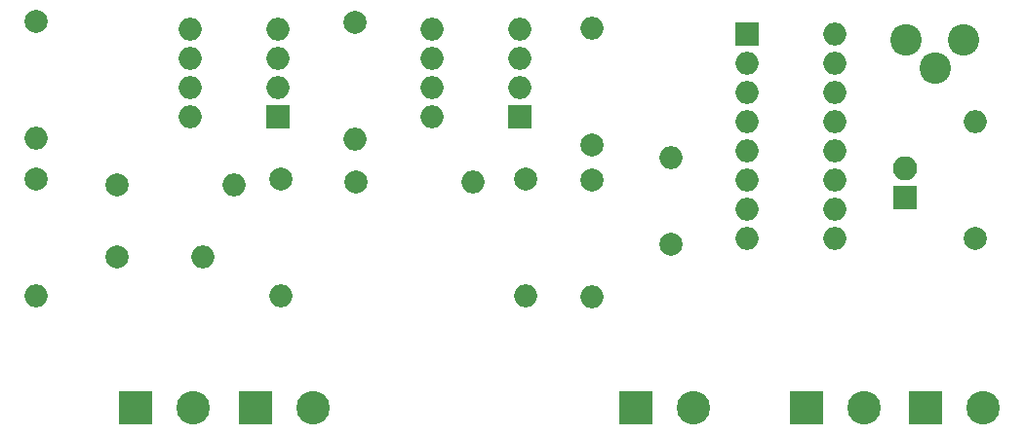
<source format=gbr>
G04 #@! TF.FileFunction,Soldermask,Top*
%FSLAX46Y46*%
G04 Gerber Fmt 4.6, Leading zero omitted, Abs format (unit mm)*
G04 Created by KiCad (PCBNEW 4.0.6) date 09/01/17 13:25:39*
%MOMM*%
%LPD*%
G01*
G04 APERTURE LIST*
%ADD10C,0.100000*%
%ADD11R,2.900000X2.900000*%
%ADD12C,2.900000*%
%ADD13C,2.000000*%
%ADD14O,2.000000X2.000000*%
%ADD15R,2.100000X2.100000*%
%ADD16O,2.100000X2.100000*%
%ADD17R,2.000000X2.000000*%
%ADD18C,2.740000*%
G04 APERTURE END LIST*
D10*
D11*
X221234000Y-148844000D03*
D12*
X226234000Y-148844000D03*
D11*
X210875000Y-148875000D03*
D12*
X215875000Y-148875000D03*
D13*
X151000000Y-135750000D03*
D14*
X158500000Y-135750000D03*
D13*
X199136000Y-134620000D03*
D14*
X199136000Y-127120000D03*
D15*
X219456000Y-130556000D03*
D16*
X219456000Y-128016000D03*
D13*
X171704000Y-115316000D03*
D14*
X171704000Y-125476000D03*
D13*
X151000000Y-129500000D03*
D14*
X161160000Y-129500000D03*
D13*
X165250000Y-129000000D03*
D14*
X165250000Y-139160000D03*
D13*
X144000000Y-115250000D03*
D14*
X144000000Y-125410000D03*
D13*
X144000000Y-129000000D03*
D14*
X144000000Y-139160000D03*
D13*
X192250000Y-126000000D03*
D14*
X192250000Y-115840000D03*
D13*
X192278000Y-129032000D03*
D14*
X192278000Y-139192000D03*
D13*
X171750000Y-129250000D03*
D14*
X181910000Y-129250000D03*
D13*
X186500000Y-129000000D03*
D14*
X186500000Y-139160000D03*
D13*
X225552000Y-134112000D03*
D14*
X225552000Y-123952000D03*
D17*
X205740000Y-116332000D03*
D14*
X213360000Y-134112000D03*
X205740000Y-118872000D03*
X213360000Y-131572000D03*
X205740000Y-121412000D03*
X213360000Y-129032000D03*
X205740000Y-123952000D03*
X213360000Y-126492000D03*
X205740000Y-126492000D03*
X213360000Y-123952000D03*
X205740000Y-129032000D03*
X213360000Y-121412000D03*
X205740000Y-131572000D03*
X213360000Y-118872000D03*
X205740000Y-134112000D03*
X213360000Y-116332000D03*
D17*
X186000000Y-123500000D03*
D14*
X178380000Y-115880000D03*
X186000000Y-120960000D03*
X178380000Y-118420000D03*
X186000000Y-118420000D03*
X178380000Y-120960000D03*
X186000000Y-115880000D03*
X178380000Y-123500000D03*
D17*
X165000000Y-123500000D03*
D14*
X157380000Y-115880000D03*
X165000000Y-120960000D03*
X157380000Y-118420000D03*
X165000000Y-118420000D03*
X157380000Y-120960000D03*
X165000000Y-115880000D03*
X157380000Y-123500000D03*
D11*
X196088000Y-148844000D03*
D12*
X201088000Y-148844000D03*
D11*
X163068000Y-148844000D03*
D12*
X168068000Y-148844000D03*
D11*
X152654000Y-148844000D03*
D12*
X157654000Y-148844000D03*
D18*
X219536000Y-116840000D03*
X222036000Y-119340000D03*
X224536000Y-116840000D03*
M02*

</source>
